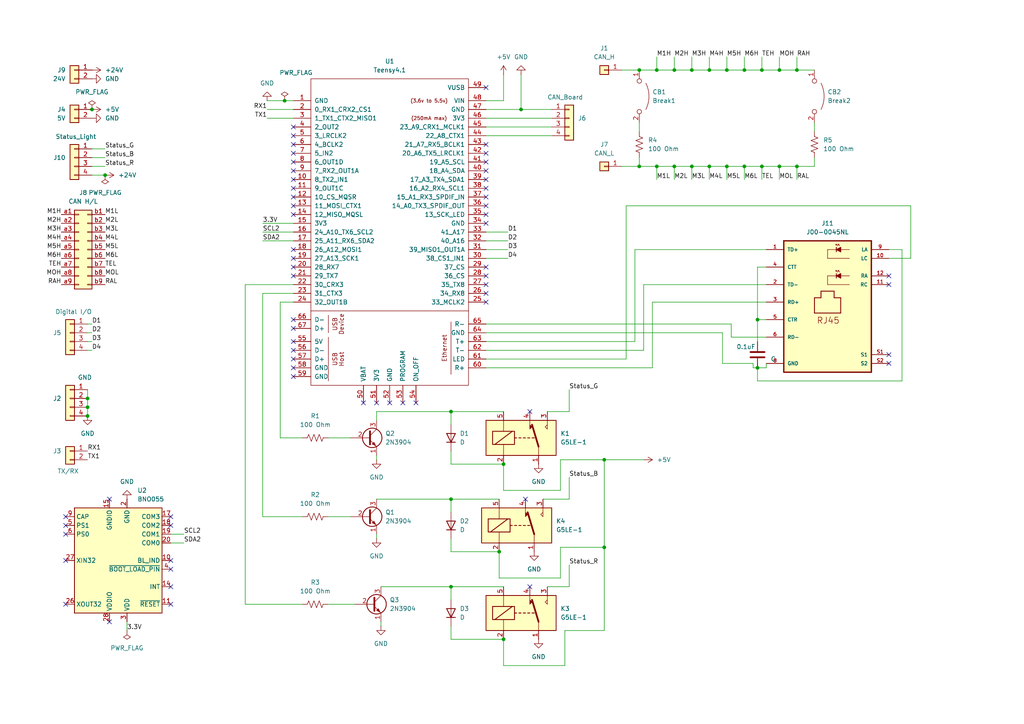
<source format=kicad_sch>
(kicad_sch (version 20231120) (generator "eeschema") (generator_version "8.0")
  (paper "A4")
  (title_block (title "Electrical Main Board") (company "Robonav") (comment 1 "No footprint for the connectors and diodes yet!"))
  (lib_symbols
    (symbol "Connector_Generic:Conn_01x01" (pin_names (offset 1.016) hide)
      (property "Reference" "J" (at 0 2.54 0))
      (property "Value" "Conn_01x01" (at 0 -2.54 0))
      (symbol "Conn_01x01_1_1"
        (pin passive line (at -5.08 0 0) (length 3.81) (name "Pin_1") (number "1"))
      )
    )
    (symbol "Connector_Generic:Conn_01x02" (pin_names (offset 1.016) hide)
      (property "Reference" "J" (at 0 2.54 0))
      (property "Value" "Conn_01x02" (at 0 -5.08 0))
      (symbol "Conn_01x02_1_1"
        (pin passive line (at -5.08 0 0) (length 3.81) (name "Pin_1") (number "1"))
        (pin passive line (at -5.08 -2.54 0) (length 3.81) (name "Pin_2") (number "2"))
      )
    )
    (symbol "Connector_Generic:Conn_01x04" (pin_names (offset 1.016) hide)
      (property "Reference" "J" (at 0 5.08 0))
      (property "Value" "Conn_01x04" (at 0 -7.62 0))
      (symbol "Conn_01x04_1_1"
        (pin passive line (at -5.08 2.54 0) (length 3.81) (name "Pin_1") (number "1"))
        (pin passive line (at -5.08 0 0) (length 3.81) (name "Pin_2") (number "2"))
        (pin passive line (at -5.08 -2.54 0) (length 3.81) (name "Pin_3") (number "3"))
        (pin passive line (at -5.08 -5.08 0) (length 3.81) (name "Pin_4") (number "4"))
      )
    )
    (symbol "Connector_Generic:Conn_02x09_Row_Letter_First" (pin_names (offset 1.016) hide)
      (property "Reference" "J" (at 1.27 12.7 0))
      (property "Value" "Conn_02x09_Row_Letter_First" (at 1.27 -12.7 0))
      (symbol "Conn_02x09_Row_Letter_First_1_1"
        (pin passive line (at -5.08 10.16 0) (length 3.81) (name "Pin_a1") (number "a1"))
        (pin passive line (at -5.08 7.62 0) (length 3.81) (name "Pin_a2") (number "a2"))
        (pin passive line (at -5.08 5.08 0) (length 3.81) (name "Pin_a3") (number "a3"))
        (pin passive line (at -5.08 2.54 0) (length 3.81) (name "Pin_a4") (number "a4"))
        (pin passive line (at -5.08 0 0) (length 3.81) (name "Pin_a5") (number "a5"))
        (pin passive line (at -5.08 -2.54 0) (length 3.81) (name "Pin_a6") (number "a6"))
        (pin passive line (at -5.08 -5.08 0) (length 3.81) (name "Pin_a7") (number "a7"))
        (pin passive line (at -5.08 -7.62 0) (length 3.81) (name "Pin_a8") (number "a8"))
        (pin passive line (at -5.08 -10.16 0) (length 3.81) (name "Pin_a9") (number "a9"))
        (pin passive line (at 7.62 10.16 180) (length 3.81) (name "Pin_b1") (number "b1"))
        (pin passive line (at 7.62 7.62 180) (length 3.81) (name "Pin_b2") (number "b2"))
        (pin passive line (at 7.62 5.08 180) (length 3.81) (name "Pin_b3") (number "b3"))
        (pin passive line (at 7.62 2.54 180) (length 3.81) (name "Pin_b4") (number "b4"))
        (pin passive line (at 7.62 0 180) (length 3.81) (name "Pin_b5") (number "b5"))
        (pin passive line (at 7.62 -2.54 180) (length 3.81) (name "Pin_b6") (number "b6"))
        (pin passive line (at 7.62 -5.08 180) (length 3.81) (name "Pin_b7") (number "b7"))
        (pin passive line (at 7.62 -7.62 180) (length 3.81) (name "Pin_b8") (number "b8"))
        (pin passive line (at 7.62 -10.16 180) (length 3.81) (name "Pin_b9") (number "b9"))
      )
    )
    (symbol "Device:C" (pin_numbers hide) (pin_names (offset 0.254))
      (property "Reference" "C" (at 0.635 2.54 0))
      (property "Value" "C" (at 0.635 -2.54 0))
      (symbol "C_1_1"
        (pin passive line (at 0 3.81 270) (length 2.794) (name "~") (number "1"))
        (pin passive line (at 0 -3.81 90) (length 2.794) (name "~") (number "2"))
      )
    )
    (symbol "Device:CircuitBreaker_1P_US"
      (property "Reference" "CB" (at 3.175 -1.27 0))
      (property "Value" "CircuitBreaker_1P_US" (at 3.175 0.635 0))
      (symbol "CircuitBreaker_1P_US_1_1"
        (pin passive line (at 0 7.62 270) (length 2.54) (name "~") (number "1"))
        (pin passive line (at 0 -7.62 90) (length 2.54) (name "~") (number "2"))
      )
    )
    (symbol "Device:D" (pin_numbers hide) (pin_names (offset 1.016) hide)
      (property "Reference" "D" (at 0 2.54 0))
      (property "Value" "D" (at 0 -2.54 0))
      (symbol "D_1_1"
        (pin passive line (at -3.81 0 0) (length 2.54) (name "K") (number "1"))
        (pin passive line (at 3.81 0 180) (length 2.54) (name "A") (number "2"))
      )
    )
    (symbol "Device:R_US" (pin_numbers hide) (pin_names (offset 0))
      (property "Reference" "R" (at 2.54 0 90))
      (property "Value" "R_US" (at -2.54 0 90))
      (symbol "R_US_1_1"
        (pin passive line (at 0 3.81 270) (length 1.27) (name "~") (number "1"))
        (pin passive line (at 0 -3.81 90) (length 1.27) (name "~") (number "2"))
      )
    )
    (symbol "J00-0045NL:J00-0045NL" (pin_names (offset 1.016))
      (property "Reference" "J" (at -12.7418 21.6609 0))
      (property "Value" "J00-0045NL" (at -12.7427 -21.0253 0))
      (symbol "J00-0045NL_0_0"
        (text "RJ45" (at -3.1811 -3.8174 0) (effects (font (size 1.7814 1.7814)) (justify left bottom)))
        (pin passive line (at -17.78 17.78 0) (length 5.08) (name "TD+") (number "1"))
        (pin passive line (at 17.78 15.24 180) (length 5.08) (name "LC") (number "10"))
        (pin passive line (at 17.78 7.62 180) (length 5.08) (name "RC") (number "11"))
        (pin passive line (at 17.78 10.16 180) (length 5.08) (name "RA") (number "12"))
        (pin passive line (at -17.78 7.62 0) (length 5.08) (name "TD-") (number "2"))
        (pin passive line (at -17.78 2.54 0) (length 5.08) (name "RD+") (number "3"))
        (pin passive line (at -17.78 12.7 0) (length 5.08) (name "CTT") (number "4"))
        (pin passive line (at -17.78 -2.54 0) (length 5.08) (name "CTR") (number "5"))
        (pin passive line (at -17.78 -7.62 0) (length 5.08) (name "RD-") (number "6"))
        (pin passive line (at -17.78 -15.24 0) (length 5.08) (name "GND") (number "8"))
        (pin passive line (at 17.78 17.78 180) (length 5.08) (name "LA") (number "9"))
        (pin passive line (at 17.78 -12.7 180) (length 5.08) (name "S1") (number "S1"))
        (pin passive line (at 17.78 -15.24 180) (length 5.08) (name "S2") (number "S2"))
      )
    )
    (symbol "Relay:G5LE-1"
      (property "Reference" "K" (at 11.43 3.81 0))
      (property "Value" "G5LE-1" (at 11.43 1.27 0))
      (symbol "G5LE-1_1_1"
        (pin passive line (at 5.08 -7.62 90) (length 2.54) (name "~") (number "1"))
        (pin passive line (at -5.08 -7.62 90) (length 2.54) (name "~") (number "2"))
        (pin passive line (at 7.62 7.62 270) (length 2.54) (name "~") (number "3"))
        (pin passive line (at 2.54 7.62 270) (length 2.54) (name "~") (number "4"))
        (pin passive line (at -5.08 7.62 270) (length 2.54) (name "~") (number "5"))
      )
    )
    (symbol "Sensor_Motion:BNO055"
      (property "Reference" "U" (at -11.43 16.51 0))
      (property "Value" "BNO055" (at 12.7 16.51 0))
      (symbol "BNO055_1_1"
        (pin no_connect line (at -12.7 10.16 0) (length 2.54) hide (name "PIN1") (number "1"))
        (pin output line (at -15.24 0 0) (length 2.54) (name "BL_IND") (number "10"))
        (pin input line (at -15.24 12.7 0) (length 2.54) (name "~{RESET}") (number "11"))
        (pin no_connect line (at 12.7 10.16 180) (length 2.54) hide (name "PIN12") (number "12"))
        (pin no_connect line (at 12.7 7.62 180) (length 2.54) hide (name "PIN13") (number "13"))
        (pin output line (at -15.24 7.62 0) (length 2.54) (name "INT") (number "14"))
        (pin power_in line (at 2.54 -17.78 90) (length 2.54) (name "GNDIO") (number "15"))
        (pin passive line (at 2.54 -17.78 90) (length 2.54) hide (name "GNDIO") (number "16"))
        (pin input line (at -15.24 -12.7 0) (length 2.54) (name "COM3") (number "17"))
        (pin passive line (at -15.24 -10.16 0) (length 2.54) (name "COM2") (number "18"))
        (pin bidirectional line (at -15.24 -7.62 0) (length 2.54) (name "COM1") (number "19"))
        (pin power_in line (at -2.54 -17.78 90) (length 2.54) (name "GND") (number "2"))
        (pin bidirectional line (at -15.24 -5.08 0) (length 2.54) (name "COM0") (number "20"))
        (pin no_connect line (at 12.7 5.08 180) (length 2.54) hide (name "PIN21") (number "21"))
        (pin no_connect line (at 12.7 2.54 180) (length 2.54) hide (name "PIN22") (number "22"))
        (pin no_connect line (at 12.7 -2.54 180) (length 2.54) hide (name "PIN23") (number "23"))
        (pin no_connect line (at 12.7 -5.08 180) (length 2.54) hide (name "PIN24") (number "24"))
        (pin passive line (at 2.54 -17.78 90) (length 2.54) hide (name "GNDIO") (number "25"))
        (pin output line (at 15.24 12.7 180) (length 2.54) (name "XOUT32") (number "26"))
        (pin input line (at 15.24 0 180) (length 2.54) (name "XIN32") (number "27"))
        (pin power_in line (at 2.54 17.78 270) (length 2.54) (name "VDDIO") (number "28"))
        (pin power_in line (at -2.54 17.78 270) (length 2.54) (name "VDD") (number "3"))
        (pin input line (at -15.24 2.54 0) (length 2.54) (name "~{BOOT_LOAD_PIN}") (number "4"))
        (pin input line (at 15.24 -10.16 180) (length 2.54) (name "PS1") (number "5"))
        (pin input line (at 15.24 -7.62 180) (length 2.54) (name "PS0") (number "6"))
        (pin no_connect line (at -12.7 5.08 0) (length 2.54) hide (name "PIN7") (number "7"))
        (pin no_connect line (at -12.7 -2.54 0) (length 2.54) hide (name "PIN8") (number "8"))
        (pin passive line (at 15.24 -12.7 180) (length 2.54) (name "CAP") (number "9"))
      )
    )
    (symbol "Transistor_BJT:2N3904" (pin_names (offset 0) hide)
      (property "Reference" "Q" (at 5.08 1.905 0))
      (property "Value" "2N3904" (at 5.08 0 0))
      (symbol "2N3904_1_1"
        (pin passive line (at 2.54 -5.08 90) (length 2.54) (name "E") (number "1"))
        (pin passive line (at -5.08 0 0) (length 5.715) (name "B") (number "2"))
        (pin passive line (at 2.54 5.08 270) (length 2.54) (name "C") (number "3"))
      )
    )
    (symbol "power:+24V" (power) (pin_numbers hide) (pin_names (offset 0) hide)
      (property "Value" "+24V" (at 0 3.556 0))
      (symbol "+24V_1_1"
        (pin power_in line (at 0 0 90) (length 0) (name "~") (number "1"))
      )
    )
    (symbol "power:+5V" (power) (pin_numbers hide) (pin_names (offset 0) hide)
      (property "Value" "+5V" (at 0 3.556 0))
      (symbol "+5V_1_1"
        (pin power_in line (at 0 0 90) (length 0) (name "~") (number "1"))
      )
    )
    (symbol "power:GND" (power) (pin_numbers hide) (pin_names (offset 0) hide)
      (property "Value" "GND" (at 0 -3.81 0))
      (symbol "GND_1_1"
        (pin power_in line (at 0 0 270) (length 0) (name "~") (number "1"))
      )
    )
    (symbol "power:PWR_FLAG" (power) (pin_numbers hide) (pin_names (offset 0) hide)
      (property "Value" "PWR_FLAG" (at 0 3.81 0))
      (symbol "PWR_FLAG_0_0"
        (pin power_out line (at 0 0 90) (length 0) (name "~") (number "1"))
      )
    )
    (symbol "teensy:Teensy4.1" (pin_names (offset 1.016))
      (property "Reference" "U" (at 0 64.77 0))
      (property "Value" "Teensy4.1" (at 0 62.23 0))
      (symbol "Teensy4.1_0_0"
        (text "(250mA max)" (at 11.43 49.53 0) (effects (font (size 1.016 1.016))))
        (text "(3.6v to 5.5v)" (at 11.43 54.61 0) (effects (font (size 1.016 1.016))))
        (text "Device" (at -13.97 -10.16 900) (effects (font (size 1.27 1.27))))
        (text "Ethernet" (at 15.875 -17.145 900) (effects (font (size 1.27 1.27))))
        (text "Host" (at -13.97 -20.32 900) (effects (font (size 1.27 1.27))))
        (text "USB" (at -15.875 -20.32 900) (effects (font (size 1.27 1.27))))
        (text "USB" (at -15.875 -10.16 900) (effects (font (size 1.27 1.27))))
        (pin bidirectional line (at -27.94 31.75 0) (length 5.08) (name "8_TX2_IN1") (number "10"))
        (pin bidirectional line (at -27.94 29.21 0) (length 5.08) (name "9_OUT1C") (number "11"))
        (pin bidirectional line (at -27.94 26.67 0) (length 5.08) (name "10_CS_MQSR") (number "12"))
        (pin bidirectional line (at -27.94 24.13 0) (length 5.08) (name "11_MOSI_CTX1") (number "13"))
        (pin bidirectional line (at -27.94 21.59 0) (length 5.08) (name "12_MISO_MQSL") (number "14"))
        (pin power_in line (at -27.94 19.05 0) (length 5.08) (name "3V3") (number "15"))
        (pin bidirectional line (at -27.94 16.51 0) (length 5.08) (name "24_A10_TX6_SCL2") (number "16"))
        (pin bidirectional line (at -27.94 13.97 0) (length 5.08) (name "25_A11_RX6_SDA2") (number "17"))
        (pin bidirectional line (at -27.94 11.43 0) (length 5.08) (name "26_A12_MOSI1") (number "18"))
        (pin bidirectional line (at -27.94 8.89 0) (length 5.08) (name "27_A13_SCK1") (number "19"))
        (pin bidirectional line (at -27.94 6.35 0) (length 5.08) (name "28_RX7") (number "20"))
        (pin bidirectional line (at -27.94 3.81 0) (length 5.08) (name "29_TX7") (number "21"))
        (pin bidirectional line (at -27.94 1.27 0) (length 5.08) (name "30_CRX3") (number "22"))
        (pin bidirectional line (at -27.94 -1.27 0) (length 5.08) (name "31_CTX3") (number "23"))
        (pin bidirectional line (at -27.94 -3.81 0) (length 5.08) (name "32_OUT1B") (number "24"))
        (pin bidirectional line (at 27.94 -3.81 180) (length 5.08) (name "33_MCLK2") (number "25"))
        (pin bidirectional line (at 27.94 -1.27 180) (length 5.08) (name "34_RX8") (number "26"))
        (pin bidirectional line (at 27.94 1.27 180) (length 5.08) (name "35_TX8") (number "27"))
        (pin bidirectional line (at 27.94 3.81 180) (length 5.08) (name "36_CS") (number "28"))
        (pin bidirectional line (at 27.94 6.35 180) (length 5.08) (name "37_CS") (number "29"))
        (pin bidirectional line (at 27.94 8.89 180) (length 5.08) (name "38_CS1_IN1") (number "30"))
        (pin bidirectional line (at 27.94 11.43 180) (length 5.08) (name "39_MISO1_OUT1A") (number "31"))
        (pin bidirectional line (at 27.94 13.97 180) (length 5.08) (name "40_A16") (number "32"))
        (pin bidirectional line (at 27.94 16.51 180) (length 5.08) (name "41_A17") (number "33"))
        (pin bidirectional line (at 27.94 21.59 180) (length 5.08) (name "13_SCK_LED") (number "35"))
        (pin bidirectional line (at 27.94 24.13 180) (length 5.08) (name "14_A0_TX3_SPDIF_OUT") (number "36"))
        (pin bidirectional line (at 27.94 26.67 180) (length 5.08) (name "15_A1_RX3_SPDIF_IN") (number "37"))
        (pin bidirectional line (at 27.94 29.21 180) (length 5.08) (name "16_A2_RX4_SCL1") (number "38"))
        (pin bidirectional line (at 27.94 31.75 180) (length 5.08) (name "17_A3_TX4_SDA1") (number "39"))
        (pin bidirectional line (at 27.94 34.29 180) (length 5.08) (name "18_A4_SDA") (number "40"))
        (pin bidirectional line (at 27.94 36.83 180) (length 5.08) (name "19_A5_SCL") (number "41"))
        (pin bidirectional line (at 27.94 39.37 180) (length 5.08) (name "20_A6_TX5_LRCLK1") (number "42"))
        (pin bidirectional line (at 27.94 41.91 180) (length 5.08) (name "21_A7_RX5_BCLK1") (number "43"))
        (pin bidirectional line (at 27.94 44.45 180) (length 5.08) (name "22_A8_CTX1") (number "44"))
        (pin bidirectional line (at 27.94 46.99 180) (length 5.08) (name "23_A9_CRX1_MCLK1") (number "45"))
        (pin output line (at 27.94 49.53 180) (length 5.08) (name "3V3") (number "46"))
        (pin output line (at 27.94 52.07 180) (length 5.08) (name "GND") (number "47"))
        (pin power_in line (at 27.94 54.61 180) (length 5.08) (name "VIN") (number "48"))
        (pin power_out line (at 27.94 58.42 180) (length 5.08) (name "VUSB") (number "49"))
        (pin bidirectional line (at -27.94 44.45 0) (length 5.08) (name "3_LRCLK2") (number "5"))
        (pin power_in line (at -7.62 -33.02 90) (length 5.08) (name "VBAT") (number "50"))
        (pin power_in line (at -3.81 -33.02 90) (length 5.08) (name "3V3") (number "51"))
        (pin input line (at 0 -33.02 90) (length 5.08) (name "GND") (number "52"))
        (pin input line (at 3.81 -33.02 90) (length 5.08) (name "PROGRAM") (number "53"))
        (pin input line (at 7.62 -33.02 90) (length 5.08) (name "ON_OFF") (number "54"))
        (pin power_out line (at -27.94 -15.24 0) (length 5.08) (name "5V") (number "55"))
        (pin bidirectional line (at -27.94 -17.78 0) (length 5.08) (name "D-") (number "56"))
        (pin bidirectional line (at -27.94 -20.32 0) (length 5.08) (name "D+") (number "57"))
        (pin power_in line (at -27.94 -22.86 0) (length 5.08) (name "GND") (number "58"))
        (pin power_in line (at -27.94 -25.4 0) (length 5.08) (name "GND") (number "59"))
        (pin bidirectional line (at -27.94 41.91 0) (length 5.08) (name "4_BCLK2") (number "6"))
        (pin bidirectional line (at 27.94 -22.86 180) (length 5.08) (name "R+") (number "60"))
        (pin bidirectional line (at 27.94 -20.32 180) (length 5.08) (name "LED") (number "61"))
        (pin bidirectional line (at 27.94 -17.78 180) (length 5.08) (name "T-") (number "62"))
        (pin bidirectional line (at 27.94 -15.24 180) (length 5.08) (name "T+") (number "63"))
        (pin power_in line (at 27.94 -12.7 180) (length 5.08) (name "GND") (number "64"))
        (pin bidirectional line (at 27.94 -10.16 180) (length 5.08) (name "R-") (number "65"))
        (pin bidirectional line (at -27.94 -8.89 0) (length 5.08) (name "D-") (number "66"))
        (pin bidirectional line (at -27.94 -11.43 0) (length 5.08) (name "D+") (number "67"))
        (pin bidirectional line (at -27.94 39.37 0) (length 5.08) (name "5_IN2") (number "7"))
        (pin bidirectional line (at -27.94 36.83 0) (length 5.08) (name "6_OUT1D") (number "8"))
        (pin bidirectional line (at -27.94 34.29 0) (length 5.08) (name "7_RX2_OUT1A") (number "9"))
      )
      (symbol "Teensy4.1_1_1"
        (pin power_in line (at -27.94 54.61 0) (length 5.08) (name "GND") (number "1"))
        (pin bidirectional line (at -27.94 52.07 0) (length 5.08) (name "0_RX1_CRX2_CS1") (number "2"))
        (pin bidirectional line (at -27.94 49.53 0) (length 5.08) (name "1_TX1_CTX2_MISO1") (number "3"))
        (pin power_in line (at 27.94 19.05 180) (length 5.08) (name "GND") (number "34"))
        (pin bidirectional line (at -27.94 46.99 0) (length 5.08) (name "2_OUT2") (number "4"))
      )
    )
  )
  (junction (at 219.71 106.68))
  (junction (at 215.9 20.32))
  (junction (at 200.66 20.32))
  (junction (at 175.26 133.35))
  (junction (at 190.5 48.26))
  (junction (at 25.4 118.11))
  (junction (at 205.74 20.32))
  (junction (at 195.58 20.32))
  (junction (at 210.82 20.32))
  (junction (at 82.55 29.21))
  (junction (at 219.71 92.71))
  (junction (at 185.42 48.26))
  (junction (at 146.05 134.62))
  (junction (at 200.66 48.26))
  (junction (at 130.81 144.78))
  (junction (at 195.58 48.26))
  (junction (at 25.4 115.57))
  (junction (at 220.98 20.32))
  (junction (at 226.06 48.26))
  (junction (at 130.81 170.18))
  (junction (at 231.14 48.26))
  (junction (at 220.98 48.26))
  (junction (at 26.67 31.75))
  (junction (at 146.05 185.42))
  (junction (at 144.78 160.02))
  (junction (at 130.81 119.38))
  (junction (at 231.14 20.32))
  (junction (at 215.9 48.26))
  (junction (at 205.74 48.26))
  (junction (at 190.5 20.32))
  (junction (at 151.13 31.75))
  (junction (at 210.82 48.26))
  (junction (at 185.42 20.32))
  (junction (at 226.06 20.32))
  (junction (at 175.26 158.75))
  (junction (at 25.4 120.65))
  (junction (at 30.48 50.8))
  (no_connect (at 140.97 25.4))
  (no_connect (at 257.81 82.55))
  (no_connect (at 140.97 82.55))
  (no_connect (at 19.05 175.26))
  (no_connect (at 85.09 52.07))
  (no_connect (at 116.84 116.84))
  (no_connect (at 120.65 116.84))
  (no_connect (at 140.97 77.47))
  (no_connect (at 85.09 41.91))
  (no_connect (at 140.97 57.15))
  (no_connect (at 49.53 162.56))
  (no_connect (at 19.05 152.4))
  (no_connect (at 257.81 102.87))
  (no_connect (at 85.09 44.45))
  (no_connect (at 85.09 104.14))
  (no_connect (at 49.53 175.26))
  (no_connect (at 140.97 44.45))
  (no_connect (at 85.09 36.83))
  (no_connect (at 85.09 92.71))
  (no_connect (at 85.09 46.99))
  (no_connect (at 257.81 105.41))
  (no_connect (at 140.97 52.07))
  (no_connect (at 140.97 54.61))
  (no_connect (at 19.05 154.94))
  (no_connect (at 85.09 57.15))
  (no_connect (at 113.03 116.84))
  (no_connect (at 19.05 149.86))
  (no_connect (at 85.09 99.06))
  (no_connect (at 85.09 74.93))
  (no_connect (at 140.97 64.77))
  (no_connect (at 140.97 49.53))
  (no_connect (at 49.53 170.18))
  (no_connect (at 49.53 149.86))
  (no_connect (at 153.67 170.18))
  (no_connect (at 140.97 46.99))
  (no_connect (at 140.97 85.09))
  (no_connect (at 109.22 116.84))
  (no_connect (at 140.97 59.69))
  (no_connect (at 257.81 80.01))
  (no_connect (at 85.09 59.69))
  (no_connect (at 85.09 106.68))
  (no_connect (at 85.09 39.37))
  (no_connect (at 85.09 95.25))
  (no_connect (at 140.97 80.01))
  (no_connect (at 85.09 77.47))
  (no_connect (at 85.09 54.61))
  (no_connect (at 153.67 119.38))
  (no_connect (at 19.05 162.56))
  (no_connect (at 31.75 144.78))
  (no_connect (at 152.4 144.78))
  (no_connect (at 105.41 116.84))
  (no_connect (at 85.09 101.6))
  (no_connect (at 140.97 41.91))
  (no_connect (at 85.09 109.22))
  (no_connect (at 85.09 72.39))
  (no_connect (at 49.53 152.4))
  (no_connect (at 85.09 49.53))
  (no_connect (at 140.97 62.23))
  (no_connect (at 49.53 165.1))
  (no_connect (at 140.97 87.63))
  (no_connect (at 31.75 180.34))
  (no_connect (at 85.09 62.23))
  (no_connect (at 85.09 80.01))
  (wire (pts (xy 215.9 48.26) (xy 220.98 48.26)))
  (wire (pts (xy 25.4 115.57) (xy 25.4 118.11)))
  (wire (pts (xy 205.74 20.32) (xy 210.82 20.32)))
  (wire (pts (xy 162.56 142.24) (xy 162.56 133.35)))
  (wire (pts (xy 85.09 85.09) (xy 76.2 85.09)))
  (wire (pts (xy 165.1 163.83) (xy 165.1 170.18)))
  (wire (pts (xy 215.9 16.51) (xy 215.9 20.32)))
  (wire (pts (xy 219.71 106.68) (xy 219.71 110.49)))
  (wire (pts (xy 205.74 48.26) (xy 210.82 48.26)))
  (wire (pts (xy 146.05 134.62) (xy 146.05 142.24)))
  (wire (pts (xy 218.44 106.68) (xy 219.71 106.68)))
  (wire (pts (xy 210.82 48.26) (xy 215.9 48.26)))
  (wire (pts (xy 30.48 43.18) (xy 26.67 43.18)))
  (wire (pts (xy 26.67 96.52) (xy 25.4 96.52)))
  (wire (pts (xy 190.5 16.51) (xy 190.5 20.32)))
  (wire (pts (xy 220.98 16.51) (xy 220.98 20.32)))
  (wire (pts (xy 189.23 106.68) (xy 189.23 87.63)))
  (wire (pts (xy 95.25 175.26) (xy 102.87 175.26)))
  (wire (pts (xy 264.16 74.93) (xy 257.81 74.93)))
  (wire (pts (xy 146.05 193.04) (xy 163.83 193.04)))
  (wire (pts (xy 180.34 20.32) (xy 185.42 20.32)))
  (wire (pts (xy 261.62 72.39) (xy 257.81 72.39)))
  (wire (pts (xy 76.2 69.85) (xy 85.09 69.85)))
  (wire (pts (xy 219.71 99.06) (xy 219.71 92.71)))
  (wire (pts (xy 130.81 185.42) (xy 146.05 185.42)))
  (wire (pts (xy 200.66 20.32) (xy 205.74 20.32)))
  (wire (pts (xy 212.09 97.79) (xy 222.25 97.79)))
  (wire (pts (xy 219.71 92.71) (xy 219.71 77.47)))
  (wire (pts (xy 130.81 156.21) (xy 130.81 160.02)))
  (wire (pts (xy 185.42 48.26) (xy 190.5 48.26)))
  (wire (pts (xy 219.71 106.68) (xy 222.25 106.68)))
  (wire (pts (xy 220.98 20.32) (xy 226.06 20.32)))
  (wire (pts (xy 109.22 156.21) (xy 109.22 154.94)))
  (wire (pts (xy 220.98 48.26) (xy 226.06 48.26)))
  (wire (pts (xy 219.71 77.47) (xy 222.25 77.47)))
  (wire (pts (xy 210.82 48.26) (xy 210.82 52.07)))
  (wire (pts (xy 76.2 149.86) (xy 87.63 149.86)))
  (wire (pts (xy 200.66 48.26) (xy 205.74 48.26)))
  (wire (pts (xy 184.15 72.39) (xy 222.25 72.39)))
  (wire (pts (xy 212.09 93.98) (xy 212.09 97.79)))
  (wire (pts (xy 163.83 182.88) (xy 175.26 182.88)))
  (wire (pts (xy 36.83 180.34) (xy 36.83 182.88)))
  (wire (pts (xy 130.81 119.38) (xy 146.05 119.38)))
  (wire (pts (xy 109.22 133.35) (xy 109.22 132.08)))
  (wire (pts (xy 110.49 170.18) (xy 130.81 170.18)))
  (wire (pts (xy 158.75 119.38) (xy 165.1 119.38)))
  (wire (pts (xy 140.97 99.06) (xy 184.15 99.06)))
  (wire (pts (xy 231.14 48.26) (xy 236.22 48.26)))
  (wire (pts (xy 162.56 158.75) (xy 175.26 158.75)))
  (wire (pts (xy 186.69 82.55) (xy 222.25 82.55)))
  (wire (pts (xy 140.97 106.68) (xy 189.23 106.68)))
  (wire (pts (xy 140.97 96.52) (xy 209.55 96.52)))
  (wire (pts (xy 190.5 48.26) (xy 195.58 48.26)))
  (wire (pts (xy 110.49 181.61) (xy 110.49 180.34)))
  (wire (pts (xy 81.28 127) (xy 87.63 127)))
  (wire (pts (xy 146.05 142.24) (xy 162.56 142.24)))
  (wire (pts (xy 140.97 34.29) (xy 160.02 34.29)))
  (wire (pts (xy 226.06 20.32) (xy 231.14 20.32)))
  (wire (pts (xy 162.56 133.35) (xy 175.26 133.35)))
  (wire (pts (xy 210.82 16.51) (xy 210.82 20.32)))
  (wire (pts (xy 77.47 34.29) (xy 85.09 34.29)))
  (wire (pts (xy 151.13 31.75) (xy 160.02 31.75)))
  (wire (pts (xy 226.06 48.26) (xy 231.14 48.26)))
  (wire (pts (xy 140.97 69.85) (xy 147.32 69.85)))
  (wire (pts (xy 195.58 20.32) (xy 200.66 20.32)))
  (wire (pts (xy 165.1 138.43) (xy 165.1 144.78)))
  (wire (pts (xy 25.4 113.03) (xy 25.4 115.57)))
  (wire (pts (xy 163.83 193.04) (xy 163.83 182.88)))
  (wire (pts (xy 140.97 72.39) (xy 147.32 72.39)))
  (wire (pts (xy 25.4 118.11) (xy 25.4 120.65)))
  (wire (pts (xy 219.71 106.68) (xy 219.71 105.41)))
  (wire (pts (xy 140.97 104.14) (xy 181.61 104.14)))
  (wire (pts (xy 77.47 31.75) (xy 85.09 31.75)))
  (wire (pts (xy 140.97 74.93) (xy 147.32 74.93)))
  (wire (pts (xy 210.82 20.32) (xy 215.9 20.32)))
  (wire (pts (xy 76.2 67.31) (xy 85.09 67.31)))
  (wire (pts (xy 186.69 101.6) (xy 186.69 82.55)))
  (wire (pts (xy 30.48 50.8) (xy 26.67 50.8)))
  (wire (pts (xy 175.26 182.88) (xy 175.26 158.75)))
  (wire (pts (xy 181.61 104.14) (xy 181.61 59.69)))
  (wire (pts (xy 130.81 173.99) (xy 130.81 170.18)))
  (wire (pts (xy 81.28 87.63) (xy 81.28 127)))
  (wire (pts (xy 130.81 144.78) (xy 144.78 144.78)))
  (wire (pts (xy 209.55 96.52) (xy 209.55 105.41)))
  (wire (pts (xy 49.53 154.94) (xy 53.34 154.94)))
  (wire (pts (xy 140.97 39.37) (xy 160.02 39.37)))
  (wire (pts (xy 218.44 105.41) (xy 218.44 106.68)))
  (wire (pts (xy 140.97 67.31) (xy 147.32 67.31)))
  (wire (pts (xy 195.58 48.26) (xy 195.58 52.07)))
  (wire (pts (xy 231.14 48.26) (xy 231.14 52.07)))
  (wire (pts (xy 151.13 21.59) (xy 151.13 31.75)))
  (wire (pts (xy 130.81 181.61) (xy 130.81 185.42)))
  (wire (pts (xy 144.78 160.02) (xy 144.78 167.64)))
  (wire (pts (xy 236.22 20.32) (xy 231.14 20.32)))
  (wire (pts (xy 190.5 48.26) (xy 190.5 52.07)))
  (wire (pts (xy 215.9 48.26) (xy 215.9 52.07)))
  (wire (pts (xy 215.9 20.32) (xy 220.98 20.32)))
  (wire (pts (xy 140.97 93.98) (xy 212.09 93.98)))
  (wire (pts (xy 109.22 121.92) (xy 109.22 119.38)))
  (wire (pts (xy 49.53 157.48) (xy 53.34 157.48)))
  (wire (pts (xy 200.66 16.51) (xy 200.66 20.32)))
  (wire (pts (xy 109.22 144.78) (xy 130.81 144.78)))
  (wire (pts (xy 189.23 87.63) (xy 222.25 87.63)))
  (wire (pts (xy 205.74 48.26) (xy 205.74 52.07)))
  (wire (pts (xy 226.06 16.51) (xy 226.06 20.32)))
  (wire (pts (xy 209.55 105.41) (xy 218.44 105.41)))
  (wire (pts (xy 175.26 133.35) (xy 186.69 133.35)))
  (wire (pts (xy 157.48 144.78) (xy 165.1 144.78)))
  (wire (pts (xy 95.25 127) (xy 101.6 127)))
  (wire (pts (xy 261.62 72.39) (xy 261.62 110.49)))
  (wire (pts (xy 71.12 82.55) (xy 71.12 175.26)))
  (wire (pts (xy 185.42 45.72) (xy 185.42 48.26)))
  (wire (pts (xy 165.1 113.03) (xy 165.1 119.38)))
  (wire (pts (xy 226.06 48.26) (xy 226.06 52.07)))
  (wire (pts (xy 140.97 29.21) (xy 146.05 29.21)))
  (wire (pts (xy 130.81 134.62) (xy 146.05 134.62)))
  (wire (pts (xy 220.98 48.26) (xy 220.98 52.07)))
  (wire (pts (xy 219.71 92.71) (xy 222.25 92.71)))
  (wire (pts (xy 231.14 16.51) (xy 231.14 20.32)))
  (wire (pts (xy 26.67 101.6) (xy 25.4 101.6)))
  (wire (pts (xy 26.67 99.06) (xy 25.4 99.06)))
  (wire (pts (xy 181.61 59.69) (xy 264.16 59.69)))
  (wire (pts (xy 130.81 130.81) (xy 130.81 134.62)))
  (wire (pts (xy 180.34 48.26) (xy 185.42 48.26)))
  (wire (pts (xy 185.42 20.32) (xy 190.5 20.32)))
  (wire (pts (xy 77.47 29.21) (xy 82.55 29.21)))
  (wire (pts (xy 71.12 175.26) (xy 87.63 175.26)))
  (wire (pts (xy 146.05 21.59) (xy 146.05 29.21)))
  (wire (pts (xy 140.97 31.75) (xy 151.13 31.75)))
  (wire (pts (xy 190.5 20.32) (xy 195.58 20.32)))
  (wire (pts (xy 76.2 85.09) (xy 76.2 149.86)))
  (wire (pts (xy 30.48 48.26) (xy 26.67 48.26)))
  (wire (pts (xy 95.25 149.86) (xy 101.6 149.86)))
  (wire (pts (xy 140.97 36.83) (xy 160.02 36.83)))
  (wire (pts (xy 195.58 16.51) (xy 195.58 20.32)))
  (wire (pts (xy 130.81 119.38) (xy 130.81 123.19)))
  (wire (pts (xy 195.58 48.26) (xy 200.66 48.26)))
  (wire (pts (xy 162.56 167.64) (xy 162.56 158.75)))
  (wire (pts (xy 140.97 101.6) (xy 186.69 101.6)))
  (wire (pts (xy 264.16 59.69) (xy 264.16 74.93)))
  (wire (pts (xy 71.12 82.55) (xy 85.09 82.55)))
  (wire (pts (xy 185.42 35.56) (xy 185.42 38.1)))
  (wire (pts (xy 184.15 99.06) (xy 184.15 72.39)))
  (wire (pts (xy 130.81 144.78) (xy 130.81 148.59)))
  (wire (pts (xy 76.2 64.77) (xy 85.09 64.77)))
  (wire (pts (xy 109.22 119.38) (xy 130.81 119.38)))
  (wire (pts (xy 82.55 29.21) (xy 85.09 29.21)))
  (wire (pts (xy 130.81 170.18) (xy 146.05 170.18)))
  (wire (pts (xy 175.26 158.75) (xy 175.26 133.35)))
  (wire (pts (xy 236.22 35.56) (xy 236.22 38.1)))
  (wire (pts (xy 200.66 48.26) (xy 200.66 52.07)))
  (wire (pts (xy 130.81 160.02) (xy 144.78 160.02)))
  (wire (pts (xy 26.67 93.98) (xy 25.4 93.98)))
  (wire (pts (xy 146.05 185.42) (xy 146.05 193.04)))
  (wire (pts (xy 205.74 16.51) (xy 205.74 20.32)))
  (wire (pts (xy 85.09 87.63) (xy 81.28 87.63)))
  (wire (pts (xy 158.75 170.18) (xy 165.1 170.18)))
  (wire (pts (xy 219.71 110.49) (xy 261.62 110.49)))
  (wire (pts (xy 222.25 106.68) (xy 222.25 105.41)))
  (wire (pts (xy 236.22 45.72) (xy 236.22 48.26)))
  (wire (pts (xy 30.48 45.72) (xy 26.67 45.72)))
  (wire (pts (xy 144.78 167.64) (xy 162.56 167.64)))
  (label "D1" (at 26.67 93.98 0))
  (label "D4" (at 147.32 74.93 0))
  (label "SDA2" (at 76.2 69.85 0))
  (label "M2L" (at 30.48 64.77 0))
  (label "TEL" (at 220.98 52.07 0))
  (label "Status_R" (at 165.1 163.83 0))
  (label "RAL" (at 231.14 52.07 0))
  (label "M2L" (at 195.58 52.07 0))
  (label "Status_B" (at 30.48 45.72 0))
  (label "M4L" (at 205.74 52.07 0))
  (label "M2H" (at 195.58 16.51 0))
  (label "D1" (at 147.32 67.31 0))
  (label "M5H" (at 210.82 16.51 0))
  (label "M3H" (at 200.66 16.51 0))
  (label "M4H" (at 205.74 16.51 0))
  (label "M1L" (at 190.5 52.07 0))
  (label "D2" (at 26.67 96.52 0))
  (label "MOL" (at 30.48 80.01 0))
  (label "RAH" (at 231.14 16.51 0))
  (label "D4" (at 26.67 101.6 0))
  (label "MOH" (at 17.78 80.01 180))
  (label "TX1" (at 25.4 133.35 0))
  (label "M3H" (at 17.78 67.31 180))
  (label "3.3V" (at 76.2 64.77 0))
  (label "M3L" (at 30.48 67.31 0))
  (label "RX1" (at 25.4 130.81 0))
  (label "M1L" (at 30.48 62.23 0))
  (label "SCL2" (at 53.34 154.94 0))
  (label "Status_B" (at 165.1 138.43 0))
  (label "MOH" (at 226.06 16.51 0))
  (label "TX1" (at 77.47 34.29 180))
  (label "M5L" (at 210.82 52.07 0))
  (label "D3" (at 147.32 72.39 0))
  (label "M5H" (at 17.78 72.39 180))
  (label "SDA2" (at 53.34 157.48 0))
  (label "M2H" (at 17.78 64.77 180))
  (label "D2" (at 147.32 69.85 0))
  (label "M6L" (at 30.48 74.93 0))
  (label "M6H" (at 215.9 16.51 0))
  (label "TEL" (at 30.48 77.47 0))
  (label "M5L" (at 30.48 72.39 0))
  (label "RX1" (at 77.47 31.75 180))
  (label "M6H" (at 17.78 74.93 180))
  (label "RAL" (at 30.48 82.55 0))
  (label "M3L" (at 200.66 52.07 0))
  (label "TEH" (at 220.98 16.51 0))
  (label "Status_G" (at 165.1 113.03 0))
  (label "SCL2" (at 76.2 67.31 0))
  (label "M4L" (at 30.48 69.85 0))
  (label "Status_G" (at 30.48 43.18 0))
  (label "RAH" (at 17.78 82.55 180))
  (label "TEH" (at 17.78 77.47 180))
  (label "M4H" (at 17.78 69.85 180))
  (label "Status_R" (at 30.48 48.26 0))
  (label "M6L" (at 215.9 52.07 0))
  (label "M1H" (at 190.5 16.51 0))
  (label "3.3V" (at 36.83 182.88 0))
  (label "M1H" (at 17.78 62.23 180))
  (label "D3" (at 26.67 99.06 0))
  (label "MOL" (at 226.06 52.07 0))
  (symbol (lib_id "Device:R_US") (at 91.44 175.26 90) (unit 1)
    (property "Reference" "R3" (at 91.44 168.91 90))
    (property "Value" "100 Ohm" (at 91.44 171.45 90))
    (property "Footprint" "Resistor_THT:R_Axial_DIN0309_L9.0mm_D3.2mm_P15.24mm_Horizontal" (effects (hide yes)))
    (property "Description" "Resistor, US symbol" (effects (hide yes)))
  )
  (symbol (lib_id "Transistor_BJT:2N3904") (at 106.68 127 0) (unit 1)
    (property "Reference" "Q2" (at 111.76 125.7299 0) (effects (justify left)))
    (property "Value" "2N3904" (at 111.76 128.2699 0) (effects (justify left)))
    (property "Footprint" "Package_TO_SOT_THT:TO-92_Inline" (effects (hide yes)))
    (property "Datasheet" "https://www.onsemi.com/pub/Collateral/2N3903-D.PDF" (effects (hide yes)))
    (property "Description" "0.2A Ic, 40V Vce, Small Signal NPN Transistor, TO-92" (effects (hide yes)))
  )
  (symbol (lib_id "Connector_Generic:Conn_01x04") (at 20.32 115.57 0) (mirror y) (unit 1)
    (property "Reference" "J2" (at 17.78 115.5699 0) (effects (justify left)))
    (property "Value" "GND" (at 26.67 109.474 0) (effects (justify left)))
    (property "Description" "Generic connector, single row, 01x04, script generated (kicad-library-utils/schlib/autogen/connector/)" (effects (hide yes)))
  )
  (symbol (lib_id "Connector_Generic:Conn_02x09_Row_Letter_First") (at 22.86 72.39 0) (unit 1)
    (property "Reference" "J8" (at 24.13 55.88 0))
    (property "Value" "CAN H/L" (at 24.13 58.42 0))
    (property "Description" "Generic connector, double row, 02x09, row letter first pin numbering scheme (pin number consists of a letter for the row and a number for the pin index in this row. a1, ..., aN; b1, ..., bN), script generated (kicad-library-utils/schlib/autogen/connector/)" (effects (hide yes)))
  )
  (symbol (lib_id "power:GND") (at 36.83 144.78 180) (unit 1)
    (property "Reference" "#PWR017" (effects (hide yes)))
    (property "Value" "GND" (at 36.83 139.7 0))
    (property "Description" "Power symbol creates a global label with name \"GND\" , ground" (effects (hide yes)))
  )
  (symbol (lib_id "Device:CircuitBreaker_1P_US") (at 185.42 27.94 0) (unit 1)
    (property "Reference" "CB1" (at 189.23 26.6699 0) (effects (justify left)))
    (property "Value" "Break1" (at 189.23 29.2099 0) (effects (justify left)))
    (property "Description" "Single pole circuit breaker, US symbol" (effects (hide yes)))
  )
  (symbol (lib_id "power:GND") (at 26.67 22.86 90) (unit 1)
    (property "Reference" "#PWR011" (effects (hide yes)))
    (property "Value" "GND" (at 30.48 22.8599 90) (effects (justify right)))
    (property "Description" "Power symbol creates a global label with name \"GND\" , ground" (effects (hide yes)))
  )
  (symbol (lib_id "Device:R_US") (at 185.42 41.91 0) (unit 1)
    (property "Reference" "R4" (at 187.96 40.6399 0) (effects (justify left)))
    (property "Value" "100 Ohm" (at 187.96 43.1799 0) (effects (justify left)))
    (property "Footprint" "Resistor_THT:R_Axial_DIN0309_L9.0mm_D3.2mm_P15.24mm_Horizontal" (effects (hide yes)))
    (property "Description" "Resistor, US symbol" (effects (hide yes)))
  )
  (symbol (lib_id "Relay:G5LE-1") (at 149.86 152.4 0) (unit 1)
    (property "Reference" "K4" (at 161.29 151.1299 0) (effects (justify left)))
    (property "Value" "G5LE-1" (at 161.29 153.6699 0) (effects (justify left)))
    (property "Footprint" "Relay_THT:Relay_SPDT_Omron-G5LE-1" (effects (hide yes)))
    (property "Datasheet" "http://www.omron.com/ecb/products/pdf/en-g5le.pdf" (effects (hide yes)))
    (property "Description" "Omron G5LE relay, Miniature Single Pole, SPDT, 10A" (effects (hide yes)))
  )
  (symbol (lib_id "Device:D") (at 130.81 152.4 90) (unit 1)
    (property "Reference" "D2" (at 133.35 151.1299 90) (effects (justify right)))
    (property "Value" "D" (at 133.35 153.6699 90) (effects (justify right)))
    (property "Footprint" "LED_THT:LED_D5.0mm-3" (effects (hide yes)))
    (property "Description" "Diode" (effects (hide yes)))
    (property "Sim.Device" "D" (effects (hide yes)))
    (property "Sim.Pins" "1=K 2=A" (effects (hide yes)))
  )
  (symbol (lib_id "Device:CircuitBreaker_1P_US") (at 236.22 27.94 0) (unit 1)
    (property "Reference" "CB2" (at 240.03 26.6699 0) (effects (justify left)))
    (property "Value" "Break2" (at 240.03 29.2099 0) (effects (justify left)))
    (property "Description" "Single pole circuit breaker, US symbol" (effects (hide yes)))
  )
  (symbol (lib_id "Connector_Generic:Conn_01x04") (at 21.59 45.72 0) (mirror y) (unit 1)
    (property "Reference" "J10" (at 19.05 45.7199 0) (effects (justify left)))
    (property "Value" "Status_Light" (at 27.94 39.624 0) (effects (justify left)))
    (property "Description" "Generic connector, single row, 01x04, script generated (kicad-library-utils/schlib/autogen/connector/)" (effects (hide yes)))
  )
  (symbol (lib_id "power:GND") (at 156.21 134.62 0) (unit 1)
    (property "Reference" "#PWR04" (effects (hide yes)))
    (property "Value" "GND" (at 156.21 139.7 0))
    (property "Description" "Power symbol creates a global label with name \"GND\" , ground" (effects (hide yes)))
  )
  (symbol (lib_id "power:GND") (at 25.4 120.65 0) (unit 1)
    (property "Reference" "#PWR016" (effects (hide yes)))
    (property "Value" "GND" (at 25.4 125.73 0))
    (property "Description" "Power symbol creates a global label with name \"GND\" , ground" (effects (hide yes)))
  )
  (symbol (lib_id "Connector_Generic:Conn_01x04") (at 20.32 96.52 0) (mirror y) (unit 1)
    (property "Reference" "J5" (at 17.78 96.5199 0) (effects (justify left)))
    (property "Value" "Digital I/O" (at 26.67 90.424 0) (effects (justify left)))
    (property "Description" "Generic connector, single row, 01x04, script generated (kicad-library-utils/schlib/autogen/connector/)" (effects (hide yes)))
  )
  (symbol (lib_id "power:+5V") (at 26.67 31.75 270) (unit 1)
    (property "Reference" "#PWR014" (effects (hide yes)))
    (property "Value" "+5V" (at 30.48 31.7499 90) (effects (justify left)))
    (property "Description" "Power symbol creates a global label with name \"+5V\"" (effects (hide yes)))
  )
  (symbol (lib_id "power:GND") (at 109.22 133.35 0) (unit 1)
    (property "Reference" "#PWR02" (effects (hide yes)))
    (property "Value" "GND" (at 109.22 138.43 0))
    (property "Description" "Power symbol creates a global label with name \"GND\" , ground" (effects (hide yes)))
  )
  (symbol (lib_id "power:+24V") (at 30.48 50.8 270) (unit 1)
    (property "Reference" "#PWR015" (effects (hide yes)))
    (property "Value" "+24V" (at 34.29 50.7999 90) (effects (justify left)))
    (property "Description" "Power symbol creates a global label with name \"+24V\"" (effects (hide yes)))
  )
  (symbol (lib_id "Connector_Generic:Conn_01x01") (at 175.26 48.26 180) (unit 1)
    (property "Reference" "J7" (at 175.26 41.91 0))
    (property "Value" "CAN_L" (at 175.26 44.45 0))
    (property "Description" "Generic connector, single row, 01x01, script generated (kicad-library-utils/schlib/autogen/connector/)" (effects (hide yes)))
  )
  (symbol (lib_id "Device:D") (at 130.81 177.8 90) (unit 1)
    (property "Reference" "D3" (at 133.35 176.5299 90) (effects (justify right)))
    (property "Value" "D" (at 133.35 179.0699 90) (effects (justify right)))
    (property "Footprint" "LED_THT:LED_D5.0mm-3" (effects (hide yes)))
    (property "Description" "Diode" (effects (hide yes)))
    (property "Sim.Device" "D" (effects (hide yes)))
    (property "Sim.Pins" "1=K 2=A" (effects (hide yes)))
  )
  (symbol (lib_id "power:PWR_FLAG") (at 36.83 182.88 180) (unit 1)
    (property "Reference" "#FLG04" (effects (hide yes)))
    (property "Value" "PWR_FLAG" (at 36.83 187.96 0))
    (property "Description" "Special symbol for telling ERC where power comes from" (effects (hide yes)))
  )
  (symbol (lib_id "power:GND") (at 110.49 181.61 0) (unit 1)
    (property "Reference" "#PWR08" (effects (hide yes)))
    (property "Value" "GND" (at 110.49 186.69 0))
    (property "Description" "Power symbol creates a global label with name \"GND\" , ground" (effects (hide yes)))
  )
  (symbol (lib_id "teensy:Teensy4.1") (at 113.03 83.82 0) (unit 1)
    (property "Reference" "U1" (at 113.03 17.78 0))
    (property "Value" "Teensy4.1" (at 113.03 20.32 0))
    (property "Footprint" "teensy.pretty-master:Teensy41" (effects (hide yes)))
  )
  (symbol (lib_id "power:GND") (at 109.22 156.21 0) (unit 1)
    (property "Reference" "#PWR05" (effects (hide yes)))
    (property "Value" "GND" (at 109.22 161.29 0))
    (property "Description" "Power symbol creates a global label with name \"GND\" , ground" (effects (hide yes)))
  )
  (symbol (lib_id "Connector_Generic:Conn_01x02") (at 20.32 130.81 0) (mirror y) (unit 1)
    (property "Reference" "J3" (at 17.78 130.8099 0) (effects (justify left)))
    (property "Value" "TX/RX" (at 22.86 136.652 0) (effects (justify left)))
    (property "Description" "Generic connector, single row, 01x02, script generated (kicad-library-utils/schlib/autogen/connector/)" (effects (hide yes)))
  )
  (symbol (lib_id "Device:C") (at 219.71 102.87 0) (unit 1)
    (property "Reference" "0.1uF" (at 213.614 100.584 0) (effects (justify left)))
    (property "Value" "C" (at 223.52 104.1399 0) (effects (justify left)))
    (property "Description" "Unpolarized capacitor" (effects (hide yes)))
  )
  (symbol (lib_id "Connector_Generic:Conn_01x02") (at 21.59 31.75 0) (mirror y) (unit 1)
    (property "Reference" "J4" (at 19.05 31.7499 0) (effects (justify left)))
    (property "Value" "5V" (at 19.05 34.2899 0) (effects (justify left)))
    (property "Description" "Generic connector, single row, 01x02, script generated (kicad-library-utils/schlib/autogen/connector/)" (effects (hide yes)))
  )
  (symbol (lib_id "Relay:G5LE-1") (at 151.13 177.8 0) (unit 1)
    (property "Reference" "K3" (at 162.56 176.5299 0) (effects (justify left)))
    (property "Value" "G5LE-1" (at 162.56 179.0699 0) (effects (justify left)))
    (property "Footprint" "Relay_THT:Relay_SPDT_Omron-G5LE-1" (effects (hide yes)))
    (property "Datasheet" "http://www.omron.com/ecb/products/pdf/en-g5le.pdf" (effects (hide yes)))
    (property "Description" "Omron G5LE relay, Miniature Single Pole, SPDT, 10A" (effects (hide yes)))
  )
  (symbol (lib_id "power:PWR_FLAG") (at 26.67 31.75 0) (unit 1)
    (property "Reference" "#FLG01" (effects (hide yes)))
    (property "Value" "PWR_FLAG" (at 26.67 26.67 0))
    (property "Description" "Special symbol for telling ERC where power comes from" (effects (hide yes)))
  )
  (symbol (lib_id "power:GND") (at 77.47 29.21 180) (unit 1)
    (property "Reference" "#PWR010" (effects (hide yes)))
    (property "Value" "GND" (at 77.47 24.13 0))
    (property "Description" "Power symbol creates a global label with name \"GND\" , ground" (effects (hide yes)))
  )
  (symbol (lib_id "Transistor_BJT:2N3904") (at 106.68 149.86 0) (unit 1)
    (property "Reference" "Q1" (at 111.76 148.5899 0) (effects (justify left)))
    (property "Value" "2N3904" (at 111.76 151.1299 0) (effects (justify left)))
    (property "Footprint" "Package_TO_SOT_THT:TO-92_Inline" (effects (hide yes)))
    (property "Datasheet" "https://www.onsemi.com/pub/Collateral/2N3903-D.PDF" (effects (hide yes)))
    (property "Description" "0.2A Ic, 40V Vce, Small Signal NPN Transistor, TO-92" (effects (hide yes)))
  )
  (symbol (lib_id "Device:R_US") (at 236.22 41.91 180) (unit 1)
    (property "Reference" "R5" (at 238.76 40.6399 0) (effects (justify right)))
    (property "Value" "100 Ohm" (at 238.76 43.1799 0) (effects (justify right)))
    (property "Footprint" "Resistor_THT:R_Axial_DIN0309_L9.0mm_D3.2mm_P15.24mm_Horizontal" (effects (hide yes)))
    (property "Description" "Resistor, US symbol" (effects (hide yes)))
  )
  (symbol (lib_id "power:+5V") (at 146.05 21.59 0) (unit 1)
    (property "Reference" "#PWR01" (effects (hide yes)))
    (property "Value" "+5V" (at 146.05 16.51 0))
    (property "Description" "Power symbol creates a global label with name \"+5V\"" (effects (hide yes)))
  )
  (symbol (lib_id "J00-0045NL:J00-0045NL") (at 240.03 90.17 0) (unit 1)
    (property "Reference" "J11" (at 240.03 64.77 0))
    (property "Value" "J00-0045NL" (at 240.03 67.31 0))
    (property "Footprint" "teensy.pretty-master:PULSE_J00-0045NL" (effects (hide yes)))
    (property "MF" "Pulse Electronics" (effects (hide yes)))
    (property "DESCRIPTION" "Conn RJ-45 Integrated Magnetics F 8 POS 2.54mm Solder RA Thru-Hole 12 Terminal 1 Port Cat 5/Cat 6" (effects (hide yes)))
    (property "PACKAGE" "None" (effects (hide yes)))
    (property "Price" "None" (effects (hide yes)))
    (property "Package" "None" (effects (hide yes)))
    (property "Check_prices" "https://www.snapeda.com/parts/J00-0045NL/Pulse+Electronics+Network/view-part/?ref=eda" (effects (hide yes)))
    (property "SnapEDA_Link" "https://www.snapeda.com/parts/J00-0045NL/Pulse+Electronics+Network/view-part/?ref=snap" (effects (hide yes)))
    (property "MP" "J00-0045NL" (effects (hide yes)))
    (property "Purchase-URL" "https://www.snapeda.com/api/url_track_click_mouser/?unipart_id=87956&manufacturer=Pulse Electronics&part_name=J00-0045NL&search_term=None" (effects (hide yes)))
    (property "Availability" "In Stock" (effects (hide yes)))
    (property "Description_1" "\n1 Port RJ45 Magjack Connector Through Hole 10/100 Base-TX, AutoMDIX\n" (effects (hide yes)))
  )
  (symbol (lib_id "power:GND") (at 154.94 160.02 0) (unit 1)
    (property "Reference" "#PWR06" (effects (hide yes)))
    (property "Value" "GND" (at 154.94 165.1 0))
    (property "Description" "Power symbol creates a global label with name \"GND\" , ground" (effects (hide yes)))
  )
  (symbol (lib_id "power:PWR_FLAG") (at 82.55 29.21 0) (unit 1)
    (property "Reference" "#FLG03" (effects (hide yes)))
    (property "Value" "PWR_FLAG" (at 85.852 21.082 0))
    (property "Description" "Special symbol for telling ERC where power comes from" (effects (hide yes)))
  )
  (symbol (lib_id "power:PWR_FLAG") (at 30.48 50.8 180) (unit 1)
    (property "Reference" "#FLG02" (effects (hide yes)))
    (property "Value" "PWR_FLAG" (at 30.48 55.88 0))
    (property "Description" "Special symbol for telling ERC where power comes from" (effects (hide yes)))
  )
  (symbol (lib_id "Relay:G5LE-1") (at 151.13 127 0) (unit 1)
    (property "Reference" "K1" (at 162.56 125.7299 0) (effects (justify left)))
    (property "Value" "G5LE-1" (at 162.56 128.2699 0) (effects (justify left)))
    (property "Footprint" "Relay_THT:Relay_SPDT_Omron-G5LE-1" (effects (hide yes)))
    (property "Datasheet" "http://www.omron.com/ecb/products/pdf/en-g5le.pdf" (effects (hide yes)))
    (property "Description" "Omron G5LE relay, Miniature Single Pole, SPDT, 10A" (effects (hide yes)))
  )
  (symbol (lib_id "Connector_Generic:Conn_01x01") (at 175.26 20.32 180) (unit 1)
    (property "Reference" "J1" (at 175.26 13.97 0))
    (property "Value" "CAN_H" (at 175.26 16.51 0))
    (property "Description" "Generic connector, single row, 01x01, script generated (kicad-library-utils/schlib/autogen/connector/)" (effects (hide yes)))
  )
  (symbol (lib_id "power:+24V") (at 26.67 20.32 270) (unit 1)
    (property "Reference" "#PWR013" (effects (hide yes)))
    (property "Value" "+24V" (at 30.48 20.3199 90) (effects (justify left)))
    (property "Description" "Power symbol creates a global label with name \"+24V\"" (effects (hide yes)))
  )
  (symbol (lib_id "Device:R_US") (at 91.44 149.86 90) (unit 1)
    (property "Reference" "R2" (at 91.44 143.51 90))
    (property "Value" "100 Ohm" (at 91.44 146.05 90))
    (property "Footprint" "Resistor_THT:R_Axial_DIN0309_L9.0mm_D3.2mm_P15.24mm_Horizontal" (effects (hide yes)))
    (property "Description" "Resistor, US symbol" (effects (hide yes)))
  )
  (symbol (lib_id "power:GND") (at 156.21 185.42 0) (unit 1)
    (property "Reference" "#PWR07" (effects (hide yes)))
    (property "Value" "GND" (at 156.21 190.5 0))
    (property "Description" "Power symbol creates a global label with name \"GND\" , ground" (effects (hide yes)))
  )
  (symbol (lib_id "Device:D") (at 130.81 127 90) (unit 1)
    (property "Reference" "D1" (at 133.35 125.7299 90) (effects (justify right)))
    (property "Value" "D" (at 133.35 128.2699 90) (effects (justify right)))
    (property "Footprint" "LED_THT:LED_D5.0mm-3" (effects (hide yes)))
    (property "Description" "Diode" (effects (hide yes)))
    (property "Sim.Device" "D" (effects (hide yes)))
    (property "Sim.Pins" "1=K 2=A" (effects (hide yes)))
  )
  (symbol (lib_id "power:+5V") (at 186.69 133.35 270) (unit 1)
    (property "Reference" "#PWR09" (effects (hide yes)))
    (property "Value" "+5V" (at 190.5 133.3499 90) (effects (justify left)))
    (property "Description" "Power symbol creates a global label with name \"+5V\"" (effects (hide yes)))
  )
  (symbol (lib_id "Sensor_Motion:BNO055") (at 34.29 162.56 180) (unit 1)
    (property "Reference" "U2" (at 39.8465 142.24 0) (effects (justify right)))
    (property "Value" "BNO055" (at 39.8465 144.78 0) (effects (justify right)))
    (property "Footprint" "Package_LGA:LGA-28_5.2x3.8mm_P0.5mm" (effects (hide yes)))
    (property "Datasheet" "https://www.bosch-sensortec.com/media/boschsensortec/downloads/datasheets/bst-bno055-ds000.pdf" (effects (hide yes)))
    (property "Description" "Intelligent 9-axis absolute orientation sensor, LGA-28" (effects (hide yes)))
  )
  (symbol (lib_id "Transistor_BJT:2N3904") (at 107.95 175.26 0) (unit 1)
    (property "Reference" "Q3" (at 113.03 173.9899 0) (effects (justify left)))
    (property "Value" "2N3904" (at 113.03 176.5299 0) (effects (justify left)))
    (property "Footprint" "Package_TO_SOT_THT:TO-92_Inline" (effects (hide yes)))
    (property "Datasheet" "https://www.onsemi.com/pub/Collateral/2N3903-D.PDF" (effects (hide yes)))
    (property "Description" "0.2A Ic, 40V Vce, Small Signal NPN Transistor, TO-92" (effects (hide yes)))
  )
  (symbol (lib_id "Device:R_US") (at 91.44 127 90) (unit 1)
    (property "Reference" "R1" (at 91.44 120.65 90))
    (property "Value" "100 Ohm" (at 91.44 123.19 90))
    (property "Footprint" "Resistor_THT:R_Axial_DIN0309_L9.0mm_D3.2mm_P15.24mm_Horizontal" (effects (hide yes)))
    (property "Description" "Resistor, US symbol" (effects (hide yes)))
  )
  (symbol (lib_id "Connector_Generic:Conn_01x04") (at 165.1 34.29 0) (unit 1)
    (property "Reference" "J6" (at 167.64 34.2899 0) (effects (justify left)))
    (property "Value" "CAN_Board" (at 158.75 28.194 0) (effects (justify left)))
    (property "Description" "Generic connector, single row, 01x04, script generated (kicad-library-utils/schlib/autogen/connector/)" (effects (hide yes)))
  )
  (symbol (lib_id "Connector_Generic:Conn_01x02") (at 21.59 20.32 0) (mirror y) (unit 1)
    (property "Reference" "J9" (at 19.05 20.3199 0) (effects (justify left)))
    (property "Value" "24V" (at 19.05 22.8599 0) (effects (justify left)))
    (property "Description" "Generic connector, single row, 01x02, script generated (kicad-library-utils/schlib/autogen/connector/)" (effects (hide yes)))
  )
  (symbol (lib_id "power:GND") (at 151.13 21.59 180) (unit 1)
    (property "Reference" "#PWR03" (effects (hide yes)))
    (property "Value" "GND" (at 151.13 16.51 0))
    (property "Description" "Power symbol creates a global label with name \"GND\" , ground" (effects (hide yes)))
  )
  (symbol (lib_id "power:GND") (at 26.67 34.29 90) (unit 1)
    (property "Reference" "#PWR012" (effects (hide yes)))
    (property "Value" "GND" (at 30.48 34.2899 90) (effects (justify right)))
    (property "Description" "Power symbol creates a global label with name \"GND\" , ground" (effects (hide yes)))
  )
)
</source>
